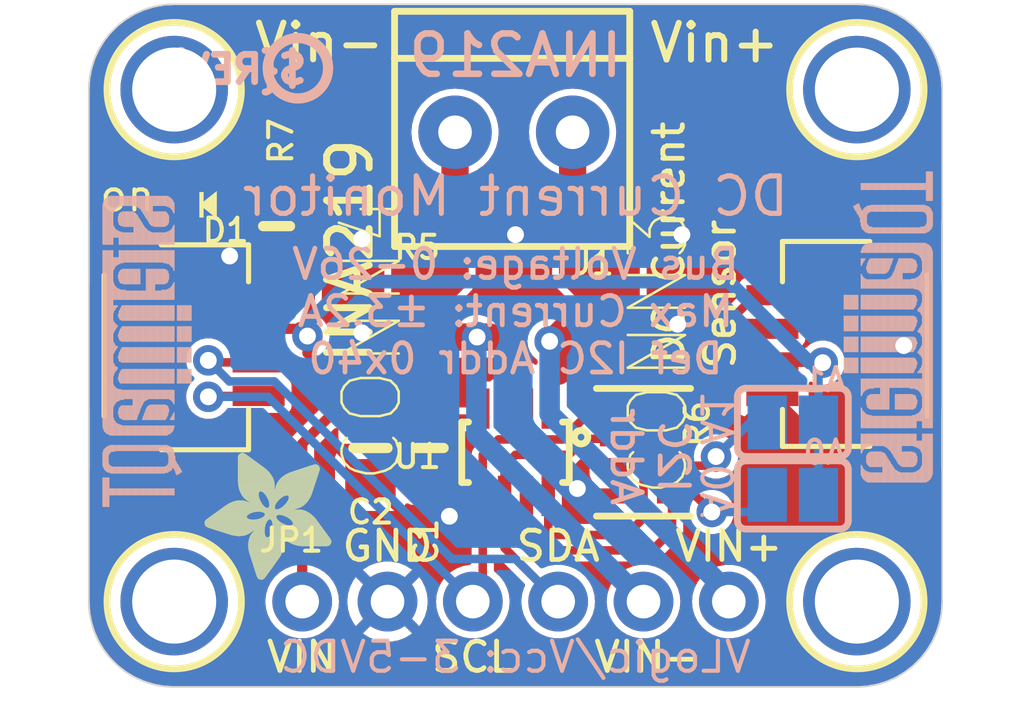
<source format=kicad_pcb>
(kicad_pcb (version 20221018) (generator pcbnew)
  (layers (0 "F.Cu" signal) (31 "B.Cu" signal) (34 "B.Paste" user) (35 "F.Paste" user) (36 "B.SilkS" user "B.Silkscreen") (37 "F.SilkS" user "F.Silkscreen") (38 "B.Mask" user) (39 "F.Mask" user) (44 "Edge.Cuts" user))
  (net 0 "")
  (net 1 "VCC")
  (net 2 "GND")
  (net 3 "ADDR1")
  (net 4 "ADDR0")
  (net 5 "SDA")
  (net 6 "SCL")
  (net 7 "VIN+")
  (net 8 "VIN-")
  (net 9 "N$3")
  (footprint "working:MOUNTINGHOLE_2.5_PLATED" (layer "F.Cu") (at 158.6611 97.3836)
    (fp_text reference "U$21" hide)
    (fp_text value "MOUNTINGHOLE2.5" hide)
    (pad "P$1" thru_hole circle (at 0 0) (size 3.2 3.2) (drill 2.5) (layers "*.Cu" "*.Mask"))
    (zone (net 0) (net_name "") (layer "F.Cu") (connect_pads (clearance 0)) (min_thickness 0.25)
      (keepout (tracks not_allowed) (vias not_allowed) (pads not_allowed) (copperpour not_allowed) (footprints allowed))
      (fill (thermal_gap 0.5) (thermal_bridge_width 0.5))
      (polygon (pts (xy 160.6771 97.3836) (xy 160.65748 97.103027) (xy 160.599004 96.827915) (xy 160.502808 96.563619) (xy 160.370765 96.315283) (xy 160.205446 96.08774) (xy 160.010067 95.88542) (xy 159.788433 95.71226) (xy 159.544856 95.571631) (xy 159.284078 95.46627) (xy 159.011175 95.398228) (xy 158.731457 95.368828) (xy 158.450371 95.378644) (xy 158.173385 95.427484) (xy 157.905893 95.514397) (xy 157.6531 95.637693) (xy 157.419926 95.79497) (xy 157.210911 95.983169) (xy 157.030122 96.198625) (xy 156.881078 96.437145) (xy 156.76668 96.694087) (xy 156.689154 96.96445) (xy 156.650011 97.242971) (xy 156.650011 97.524229) (xy 156.689154 97.80275) (xy 156.76668 98.073113) (xy 156.881078 98.330055) (xy 157.030122 98.568575) (xy 157.210911 98.784031) (xy 157.419926 98.97223) (xy 157.6531 99.129507) (xy 157.905893 99.252803) (xy 158.173385 99.339716) (xy 158.450371 99.388556) (xy 158.731457 99.398372) (xy 159.011175 99.368972) (xy 159.284078 99.30093) (xy 159.544856 99.195569) (xy 159.788433 99.05494) (xy 160.010067 98.88178) (xy 160.205446 98.67946) (xy 160.370765 98.451917) (xy 160.502808 98.203581) (xy 160.599004 97.939285) (xy 160.65748 97.664173)))
      (polygon (pts (xy 158.6451 97.3836) (xy 158.649786 97.394914) (xy 158.6611 97.3996) (xy 158.672414 97.394914) (xy 158.6771 97.3836) (xy 158.672414 97.372286) (xy 158.6611 97.3676) (xy 158.649786 97.372286)))
    )
    (zone (net 0) (net_name "") (layer "B.Cu") (connect_pads (clearance 0)) (min_thickness 0.25)
      (keepout (tracks not_allowed) (vias not_allowed) (pads not_allowed) (copperpour not_allowed) (footprints allowed))
      (fill (thermal_gap 0.5) (thermal_bridge_width 0.5))
      (polygon (pts (xy 160.6771 97.3836) (xy 160.65748 97.103027) (xy 160.599004 96.827915) (xy 160.502808 96.563619) (xy 160.370765 96.315283) (xy 160.205446 96.08774) (xy 160.010067 95.88542) (xy 159.788433 95.71226) (xy 159.544856 95.571631) (xy 159.284078 95.46627) (xy 159.011175 95.398228) (xy 158.731457 95.368828) (xy 158.450371 95.378644) (xy 158.173385 95.427484) (xy 157.905893 95.514397) (xy 157.6531 95.637693) (xy 157.419926 95.79497) (xy 157.210911 95.983169) (xy 157.030122 96.198625) (xy 156.881078 96.437145) (xy 156.76668 96.694087) (xy 156.689154 96.96445) (xy 156.650011 97.242971) (xy 156.650011 97.524229) (xy 156.689154 97.80275) (xy 156.76668 98.073113) (xy 156.881078 98.330055) (xy 157.030122 98.568575) (xy 157.210911 98.784031) (xy 157.419926 98.97223) (xy 157.6531 99.129507) (xy 157.905893 99.252803) (xy 158.173385 99.339716) (xy 158.450371 99.388556) (xy 158.731457 99.398372) (xy 159.011175 99.368972) (xy 159.284078 99.30093) (xy 159.544856 99.195569) (xy 159.788433 99.05494) (xy 160.010067 98.88178) (xy 160.205446 98.67946) (xy 160.370765 98.451917) (xy 160.502808 98.203581) (xy 160.599004 97.939285) (xy 160.65748 97.664173)))
      (polygon (pts (xy 158.6451 97.3836) (xy 158.649786 97.394914) (xy 158.6611 97.3996) (xy 158.672414 97.394914) (xy 158.6771 97.3836) (xy 158.672414 97.372286) (xy 158.6611 97.3676) (xy 158.649786 97.372286)))
    )
  )
  (footprint "working:1X06_ROUND_70" (layer "F.Cu") (at 148.5011 112.6236)
    (fp_text reference "JP1" (at -7.6962 -1.8288) (layer "F.SilkS") (effects (font (size 0.692831 0.692831) (thickness 0.119969)) (justify left)))
    (fp_text value "")
    (pad "1" thru_hole circle (at -6.35 0 90) (size 1.778 1.778) (drill 1) (layers "*.Cu" "*.Mask") (net 1 "VCC"))
    (pad "2" thru_hole circle (at -3.81 0 90) (size 1.778 1.778) (drill 1) (layers "*.Cu" "*.Mask") (net 2 "GND"))
    (pad "3" thru_hole circle (at -1.27 0 90) (size 1.778 1.778) (drill 1) (layers "*.Cu" "*.Mask") (net 6 "SCL"))
    (pad "4" thru_hole circle (at 1.27 0 90) (size 1.778 1.778) (drill 1) (layers "*.Cu" "*.Mask") (net 5 "SDA"))
    (pad "5" thru_hole circle (at 3.81 0 90) (size 1.778 1.778) (drill 1) (layers "*.Cu" "*.Mask") (net 8 "VIN-"))
    (pad "6" thru_hole circle (at 6.35 0 90) (size 1.778 1.778) (drill 1) (layers "*.Cu" "*.Mask") (net 7 "VIN+"))
  )
  (footprint "working:0603-NO" (layer "F.Cu") (at 145.9611 108.0516 -90)
    (fp_text reference "C1" (at 2.032 0.127 90) (layer "F.SilkS") (effects (font (size 0.692831 0.692831) (thickness 0.119969)) (justify right)))
    (fp_text value "0.1µF")
    (pad "1" smd rect (at -0.85 0 270) (size 1.075 1) (layers "F.Cu" "F.Paste" "F.Mask") (net 1 "VCC"))
    (pad "2" smd rect (at 0.85 0 270) (size 1.075 1) (layers "F.Cu" "F.Paste" "F.Mask") (net 2 "GND"))
  )
  (footprint "working:2512" (layer "F.Cu") (at 148.5011 103.9876)
    (fp_text reference "R5" (at -3.683 -1.905) (layer "F.SilkS") (effects (font (size 0.692831 0.692831) (thickness 0.119969)) (justify left)))
    (fp_text value "0.1/1% (PT2512FK-070R1L)")
    (pad "1" smd rect (at -2.8 0) (size 1.8 3.2) (layers "F.Cu" "F.Paste" "F.Mask") (net 8 "VIN-"))
    (pad "2" smd rect (at 2.8 0) (size 1.8 3.2) (layers "F.Cu" "F.Paste" "F.Mask") (net 7 "VIN+"))
  )
  (footprint "working:FIDUCIAL_1MM" (layer "F.Cu") (at 160.0581 100.1776)
    (fp_text reference "FID4" hide)
    (fp_text value "FIDUCIAL_1MM" hide)
    (pad "1" smd roundrect (at 0 0) (size 1 1) (layers "F.Cu" "F.Mask") (roundrect_rratio 0.5))
  )
  (footprint "working:RESPACK_4X0603" (layer "F.Cu") (at 152.3111 108.1786 -90)
    (fp_text reference "R6" (at -1.6 -1.6 90) (layer "F.SilkS") (effects (font (size 0.692831 0.692831) (thickness 0.119969)) (justify right)))
    (fp_text value "10K")
    (pad "1" smd rect (at -1.3 0.85 270) (size 0.45 0.9) (layers "F.Cu" "F.Paste" "F.Mask") (net 6 "SCL"))
    (pad "2" smd rect (at -0.4 0.85 270) (size 0.45 0.9) (layers "F.Cu" "F.Paste" "F.Mask") (net 5 "SDA"))
    (pad "3" smd rect (at 0.4 0.85 270) (size 0.45 0.9) (layers "F.Cu" "F.Paste" "F.Mask") (net 2 "GND"))
    (pad "4" smd rect (at 1.3 0.85 270) (size 0.45 0.9) (layers "F.Cu" "F.Paste" "F.Mask") (net 2 "GND"))
    (pad "5" smd rect (at 1.3 -0.85 270) (size 0.45 0.9) (layers "F.Cu" "F.Paste" "F.Mask") (net 4 "ADDR0"))
    (pad "6" smd rect (at 0.4 -0.85 270) (size 0.45 0.9) (layers "F.Cu" "F.Paste" "F.Mask") (net 3 "ADDR1"))
    (pad "7" smd rect (at -0.4 -0.85 270) (size 0.45 0.9) (layers "F.Cu" "F.Paste" "F.Mask") (net 1 "VCC"))
    (pad "8" smd rect (at -1.3 -0.85 270) (size 0.45 0.9) (layers "F.Cu" "F.Paste" "F.Mask") (net 1 "VCC"))
  )
  (footprint "working:MOUNTINGHOLE_2.5_PLATED" (layer "F.Cu") (at 158.6611 112.6236)
    (fp_text reference "U$27" hide)
    (fp_text value "MOUNTINGHOLE2.5" hide)
    (pad "P$1" thru_hole circle (at 0 0) (size 3.2 3.2) (drill 2.5) (layers "*.Cu" "*.Mask"))
    (zone (net 0) (net_name "") (layer "F.Cu") (connect_pads (clearance 0)) (min_thickness 0.25)
      (keepout (tracks not_allowed) (vias not_allowed) (pads not_allowed) (copperpour not_allowed) (footprints allowed))
      (fill (thermal_gap 0.5) (thermal_bridge_width 0.5))
      (polygon (pts (xy 160.6771 112.6236) (xy 160.65748 112.343027) (xy 160.599004 112.067915) (xy 160.502808 111.803619) (xy 160.370765 111.555283) (xy 160.205446 111.32774) (xy 160.010067 111.12542) (xy 159.788433 110.95226) (xy 159.544856 110.811631) (xy 159.284078 110.70627) (xy 159.011175 110.638228) (xy 158.731457 110.608828) (xy 158.450371 110.618644) (xy 158.173385 110.667484) (xy 157.905893 110.754397) (xy 157.6531 110.877693) (xy 157.419926 111.03497) (xy 157.210911 111.223169) (xy 157.030122 111.438625) (xy 156.881078 111.677145) (xy 156.76668 111.934087) (xy 156.689154 112.20445) (xy 156.650011 112.482971) (xy 156.650011 112.764229) (xy 156.689154 113.04275) (xy 156.76668 113.313113) (xy 156.881078 113.570055) (xy 157.030122 113.808575) (xy 157.210911 114.024031) (xy 157.419926 114.21223) (xy 157.6531 114.369507) (xy 157.905893 114.492803) (xy 158.173385 114.579716) (xy 158.450371 114.628556) (xy 158.731457 114.638372) (xy 159.011175 114.608972) (xy 159.284078 114.54093) (xy 159.544856 114.435569) (xy 159.788433 114.29494) (xy 160.010067 114.12178) (xy 160.205446 113.91946) (xy 160.370765 113.691917) (xy 160.502808 113.443581) (xy 160.599004 113.179285) (xy 160.65748 112.904173)))
      (polygon (pts (xy 158.6451 112.6236) (xy 158.649786 112.634914) (xy 158.6611 112.6396) (xy 158.672414 112.634914) (xy 158.6771 112.6236) (xy 158.672414 112.612286) (xy 158.6611 112.6076) (xy 158.649786 112.612286)))
    )
    (zone (net 0) (net_name "") (layer "B.Cu") (connect_pads (clearance 0)) (min_thickness 0.25)
      (keepout (tracks not_allowed) (vias not_allowed) (pads not_allowed) (copperpour not_allowed) (footprints allowed))
      (fill (thermal_gap 0.5) (thermal_bridge_width 0.5))
      (polygon (pts (xy 160.6771 112.6236) (xy 160.65748 112.343027) (xy 160.599004 112.067915) (xy 160.502808 111.803619) (xy 160.370765 111.555283) (xy 160.205446 111.32774) (xy 160.010067 111.12542) (xy 159.788433 110.95226) (xy 159.544856 110.811631) (xy 159.284078 110.70627) (xy 159.011175 110.638228) (xy 158.731457 110.608828) (xy 158.450371 110.618644) (xy 158.173385 110.667484) (xy 157.905893 110.754397) (xy 157.6531 110.877693) (xy 157.419926 111.03497) (xy 157.210911 111.223169) (xy 157.030122 111.438625) (xy 156.881078 111.677145) (xy 156.76668 111.934087) (xy 156.689154 112.20445) (xy 156.650011 112.482971) (xy 156.650011 112.764229) (xy 156.689154 113.04275) (xy 156.76668 113.313113) (xy 156.881078 113.570055) (xy 157.030122 113.808575) (xy 157.210911 114.024031) (xy 157.419926 114.21223) (xy 157.6531 114.369507) (xy 157.905893 114.492803) (xy 158.173385 114.579716) (xy 158.450371 114.628556) (xy 158.731457 114.638372) (xy 159.011175 114.608972) (xy 159.284078 114.54093) (xy 159.544856 114.435569) (xy 159.788433 114.29494) (xy 160.010067 114.12178) (xy 160.205446 113.91946) (xy 160.370765 113.691917) (xy 160.502808 113.443581) (xy 160.599004 113.179285) (xy 160.65748 112.904173)))
      (polygon (pts (xy 158.6451 112.6236) (xy 158.649786 112.634914) (xy 158.6611 112.6396) (xy 158.672414 112.634914) (xy 158.6771 112.6236) (xy 158.672414 112.612286) (xy 158.6611 112.6076) (xy 158.649786 112.612286)))
    )
  )
  (footprint "working:JST_SH4" (layer "F.Cu") (at 138.3411 105.0036 -90)
    (fp_text reference "CONN4" (at -4.6 -5.9 90) (layer "F.SilkS") (effects (font (size 1.703222 1.703222) (thickness 0.074778)) (justify right)))
    (fp_text value "STEMMA_I2C_QT" hide)
    (pad "1" smd rect (at -1.5 -2.514) (size 1.55 0.6) (layers "F.Cu" "F.Paste" "F.Mask") (net 2 "GND"))
    (pad "2" smd rect (at -0.5 -2.514) (size 1.55 0.6) (layers "F.Cu" "F.Paste" "F.Mask") (net 1 "VCC"))
    (pad "3" smd rect (at 0.5 -2.514) (size 1.55 0.6) (layers "F.Cu" "F.Paste" "F.Mask") (net 5 "SDA"))
    (pad "4" smd rect (at 1.5 -2.514) (size 1.55 0.6) (layers "F.Cu" "F.Paste" "F.Mask") (net 6 "SCL"))
    (pad "MT1" smd rect (at -2.8 1.386) (size 1.8 1.2) (layers "F.Cu" "F.Paste" "F.Mask") (net 2 "GND"))
    (pad "MT2" smd rect (at 2.8 1.386) (size 1.8 1.2) (layers "F.Cu" "F.Paste" "F.Mask") (net 2 "GND"))
  )
  (footprint "working:SOT23-8" (layer "F.Cu") (at 148.5011 108.1786 180)
    (fp_text reference "U1" (at 2.151 -0.127) (layer "F.SilkS") (effects (font (size 0.692831 0.692831) (thickness 0.119969)) (justify right)))
    (fp_text value "INA219BIDCNT")
    (pad "1" smd rect (at -0.975 1.3 180) (size 0.4 1.2) (layers "F.Cu" "F.Paste" "F.Mask") (net 7 "VIN+"))
    (pad "2" smd rect (at -0.325 1.3 180) (size 0.4 1.2) (layers "F.Cu" "F.Paste" "F.Mask") (net 8 "VIN-"))
    (pad "3" smd rect (at 0.325 1.3 180) (size 0.4 1.2) (layers "F.Cu" "F.Paste" "F.Mask") (net 2 "GND"))
    (pad "4" smd rect (at 0.975 1.3 180) (size 0.4 1.2) (layers "F.Cu" "F.Paste" "F.Mask") (net 1 "VCC"))
    (pad "5" smd rect (at 0.975 -1.3 180) (size 0.4 1.2) (layers "F.Cu" "F.Paste" "F.Mask") (net 6 "SCL"))
    (pad "6" smd rect (at 0.325 -1.3 180) (size 0.4 1.2) (layers "F.Cu" "F.Paste" "F.Mask") (net 5 "SDA"))
    (pad "7" smd rect (at -0.325 -1.3 180) (size 0.4 1.2) (layers "F.Cu" "F.Paste" "F.Mask") (net 4 "ADDR0"))
    (pad "8" smd rect (at -0.975 -1.3 180) (size 0.4 1.2) (layers "F.Cu" "F.Paste" "F.Mask") (net 3 "ADDR1"))
  )
  (footprint "working:0805-NO" (layer "F.Cu") (at 144.1831 108.0516 -90)
    (fp_text reference "C2" (at 1.905 -0.762) (layer "F.SilkS") (effects (font (size 0.692831 0.692831) (thickness 0.119969)) (justify right)))
    (fp_text value "10uF")
    (pad "1" smd rect (at -0.95 0 270) (size 1.24 1.5) (layers "F.Cu" "F.Paste" "F.Mask") (net 1 "VCC"))
    (pad "2" smd rect (at 0.95 0 270) (size 1.24 1.5) (layers "F.Cu" "F.Paste" "F.Mask") (net 2 "GND"))
  )
  (footprint "working:ADAFRUIT_3.5MM" (layer "F.Cu") (at 143.0401 108.1786 180)
    (fp_text reference "U$29" hide)
    (fp_text value "" hide)
  )
  (footprint "working:0603-NO" (layer "F.Cu") (at 141.3891 101.4476 90)
    (fp_text reference "R7" (at 1.778 0.127 90) (layer "F.SilkS") (effects (font (size 0.692831 0.692831) (thickness 0.119969)) (justify left)))
    (fp_text value "10K")
    (pad "1" smd rect (at -0.85 0 90) (size 1.075 1) (layers "F.Cu" "F.Paste" "F.Mask") (net 1 "VCC"))
    (pad "2" smd rect (at 0.85 0 90) (size 1.075 1) (layers "F.Cu" "F.Paste" "F.Mask") (net 9 "N$3"))
  )
  (footprint "working:TERMBLOCK_1X2-3.5MM" (layer "F.Cu") (at 148.5011 98.6536 180)
    (fp_text reference "J1" (at -3 -3.89) (layer "F.SilkS") (effects (font (size 0.692831 0.692831) (thickness 0.119969)) (justify right)))
    (fp_text value "3.5mm")
    (pad "1" thru_hole circle (at 1.8 0 180) (size 2.1844 2.1844) (drill 1) (layers "*.Cu" "*.Mask") (net 8 "VIN-"))
    (pad "2" thru_hole circle (at -1.7 0 180) (size 2.1844 2.1844) (drill 1) (layers "*.Cu" "*.Mask") (net 7 "VIN+"))
  )
  (footprint "working:MOUNTINGHOLE_2.5_PLATED" (layer "F.Cu") (at 138.3411 112.6236)
    (fp_text reference "U$25" hide)
    (fp_text value "MOUNTINGHOLE2.5" hide)
    (pad "P$1" thru_hole circle (at 0 0) (size 3.2 3.2) (drill 2.5) (layers "*.Cu" "*.Mask"))
    (zone (net 0) (net_name "") (layer "F.Cu") (connect_pads (clearance 0)) (min_thickness 0.25)
      (keepout (tracks not_allowed) (vias not_allowed) (pads not_allowed) (copperpour not_allowed) (footprints allowed))
      (fill (thermal_gap 0.5) (thermal_bridge_width 0.5))
      (polygon (pts (xy 140.3571 112.6236) (xy 140.33748 112.343027) (xy 140.279004 112.067915) (xy 140.182808 111.803619) (xy 140.050765 111.555283) (xy 139.885446 111.32774) (xy 139.690067 111.12542) (xy 139.468433 110.95226) (xy 139.224856 110.811631) (xy 138.964078 110.70627) (xy 138.691175 110.638228) (xy 138.411457 110.608828) (xy 138.130371 110.618644) (xy 137.853385 110.667484) (xy 137.585893 110.754397) (xy 137.3331 110.877693) (xy 137.099926 111.03497) (xy 136.890911 111.223169) (xy 136.710122 111.438625) (xy 136.561078 111.677145) (xy 136.44668 111.934087) (xy 136.369154 112.20445) (xy 136.330011 112.482971) (xy 136.330011 112.764229) (xy 136.369154 113.04275) (xy 136.44668 113.313113) (xy 136.561078 113.570055) (xy 136.710122 113.808575) (xy 136.890911 114.024031) (xy 137.099926 114.21223) (xy 137.3331 114.369507) (xy 137.585893 114.492803) (xy 137.853385 114.579716) (xy 138.130371 114.628556) (xy 138.411457 114.638372) (xy 138.691175 114.608972) (xy 138.964078 114.54093) (xy 139.224856 114.435569) (xy 139.468433 114.29494) (xy 139.690067 114.12178) (xy 139.885446 113.91946) (xy 140.050765 113.691917) (xy 140.182808 113.443581) (xy 140.279004 113.179285) (xy 140.33748 112.904173)))
      (polygon (pts (xy 138.3251 112.6236) (xy 138.329786 112.634914) (xy 138.3411 112.6396) (xy 138.352414 112.634914) (xy 138.3571 112.6236) (xy 138.352414 112.612286) (xy 138.3411 112.6076) (xy 138.329786 112.612286)))
    )
    (zone (net 0) (net_name "") (layer "B.Cu") (connect_pads (clearance 0)) (min_thickness 0.25)
      (keepout (tracks not_allowed) (vias not_allowed) (pads not_allowed) (copperpour not_allowed) (footprints allowed))
      (fill (thermal_gap 0.5) (thermal_bridge_width 0.5))
      (polygon (pts (xy 140.3571 112.6236) (xy 140.33748 112.343027) (xy 140.279004 112.067915) (xy 140.182808 111.803619) (xy 140.050765 111.555283) (xy 139.885446 111.32774) (xy 139.690067 111.12542) (xy 139.468433 110.95226) (xy 139.224856 110.811631) (xy 138.964078 110.70627) (xy 138.691175 110.638228) (xy 138.411457 110.608828) (xy 138.130371 110.618644) (xy 137.853385 110.667484) (xy 137.585893 110.754397) (xy 137.3331 110.877693) (xy 137.099926 111.03497) (xy 136.890911 111.223169) (xy 136.710122 111.438625) (xy 136.561078 111.677145) (xy 136.44668 111.934087) (xy 136.369154 112.20445) (xy 136.330011 112.482971) (xy 136.330011 112.764229) (xy 136.369154 113.04275) (xy 136.44668 113.313113) (xy 136.561078 113.570055) (xy 136.710122 113.808575) (xy 136.890911 114.024031) (xy 137.099926 114.21223) (xy 137.3331 114.369507) (xy 137.585893 114.492803) (xy 137.853385 114.579716) (xy 138.130371 114.628556) (xy 138.411457 114.638372) (xy 138.691175 114.608972) (xy 138.964078 114.54093) (xy 139.224856 114.435569) (xy 139.468433 114.29494) (xy 139.690067 114.12178) (xy 139.885446 113.91946) (xy 140.050765 113.691917) (xy 140.182808 113.443581) (xy 140.279004 113.179285) (xy 140.33748 112.904173)))
      (polygon (pts (xy 138.3251 112.6236) (xy 138.329786 112.634914) (xy 138.3411 112.6396) (xy 138.352414 112.634914) (xy 138.3571 112.6236) (xy 138.352414 112.612286) (xy 138.3411 112.6076) (xy 138.329786 112.612286)))
    )
  )
  (footprint "working:MOUNTINGHOLE_2.5_PLATED" (layer "F.Cu") (at 138.3411 97.3836)
    (fp_text reference "U$20" hide)
    (fp_text value "MOUNTINGHOLE2.5" hide)
    (pad "P$1" thru_hole circle (at 0 0) (size 3.2 3.2) (drill 2.5) (layers "*.Cu" "*.Mask"))
    (zone (net 0) (net_name "") (layer "F.Cu") (connect_pads (clearance 0)) (min_thickness 0.25)
      (keepout (tracks not_allowed) (vias not_allowed) (pads not_allowed) (copperpour not_allowed) (footprints allowed))
      (fill (thermal_gap 0.5) (thermal_bridge_width 0.5))
      (polygon (pts (xy 140.3571 97.3836) (xy 140.33748 97.103027) (xy 140.279004 96.827915) (xy 140.182808 96.563619) (xy 140.050765 96.315283) (xy 139.885446 96.08774) (xy 139.690067 95.88542) (xy 139.468433 95.71226) (xy 139.224856 95.571631) (xy 138.964078 95.46627) (xy 138.691175 95.398228) (xy 138.411457 95.368828) (xy 138.130371 95.378644) (xy 137.853385 95.427484) (xy 137.585893 95.514397) (xy 137.3331 95.637693) (xy 137.099926 95.79497) (xy 136.890911 95.983169) (xy 136.710122 96.198625) (xy 136.561078 96.437145) (xy 136.44668 96.694087) (xy 136.369154 96.96445) (xy 136.330011 97.242971) (xy 136.330011 97.524229) (xy 136.369154 97.80275) (xy 136.44668 98.073113) (xy 136.561078 98.330055) (xy 136.710122 98.568575) (xy 136.890911 98.784031) (xy 137.099926 98.97223) (xy 137.3331 99.129507) (xy 137.585893 99.252803) (xy 137.853385 99.339716) (xy 138.130371 99.388556) (xy 138.411457 99.398372) (xy 138.691175 99.368972) (xy 138.964078 99.30093) (xy 139.224856 99.195569) (xy 139.468433 99.05494) (xy 139.690067 98.88178) (xy 139.885446 98.67946) (xy 140.050765 98.451917) (xy 140.182808 98.203581) (xy 140.279004 97.939285) (xy 140.33748 97.664173)))
      (polygon (pts (xy 138.3251 97.3836) (xy 138.329786 97.394914) (xy 138.3411 97.3996) (xy 138.352414 97.394914) (xy 138.3571 97.3836) (xy 138.352414 97.372286) (xy 138.3411 97.3676) (xy 138.329786 97.372286)))
    )
    (zone (net 0) (net_name "") (layer "B.Cu") (connect_pads (clearance 0)) (min_thickness 0.25)
      (keepout (tracks not_allowed) (vias not_allowed) (pads not_allowed) (copperpour not_allowed) (footprints allowed))
      (fill (thermal_gap 0.5) (thermal_bridge_width 0.5))
      (polygon (pts (xy 140.3571 97.3836) (xy 140.33748 97.103027) (xy 140.279004 96.827915) (xy 140.182808 96.563619) (xy 140.050765 96.315283) (xy 139.885446 96.08774) (xy 139.690067 95.88542) (xy 139.468433 95.71226) (xy 139.224856 95.571631) (xy 138.964078 95.46627) (xy 138.691175 95.398228) (xy 138.411457 95.368828) (xy 138.130371 95.378644) (xy 137.853385 95.427484) (xy 137.585893 95.514397) (xy 137.3331 95.637693) (xy 137.099926 95.79497) (xy 136.890911 95.983169) (xy 136.710122 96.198625) (xy 136.561078 96.437145) (xy 136.44668 96.694087) (xy 136.369154 96.96445) (xy 136.330011 97.242971) (xy 136.330011 97.524229) (xy 136.369154 97.80275) (xy 136.44668 98.073113) (xy 136.561078 98.330055) (xy 136.710122 98.568575) (xy 136.890911 98.784031) (xy 137.099926 98.97223) (xy 137.3331 99.129507) (xy 137.585893 99.252803) (xy 137.853385 99.339716) (xy 138.130371 99.388556) (xy 138.411457 99.398372) (xy 138.691175 99.368972) (xy 138.964078 99.30093) (xy 139.224856 99.195569) (xy 139.468433 99.05494) (xy 139.690067 98.88178) (xy 139.885446 98.67946) (xy 140.050765 98.451917) (xy 140.182808 98.203581) (xy 140.279004 97.939285) (xy 140.33748 97.664173)))
      (polygon (pts (xy 138.3251 97.3836) (xy 138.329786 97.394914) (xy 138.3411 97.3996) (xy 138.352414 97.394914) (xy 138.3571 97.3836) (xy 138.352414 97.372286) (xy 138.3411 97.3676) (xy 138.329786 97.372286)))
    )
  )
  (footprint "working:JST_SH4" (layer "F.Cu") (at 158.6611 105.0036 90)
    (fp_text reference "CONN3" (at -4.6 -5.9 90) (layer "F.SilkS") (effects (font (size 1.703222 1.703222) (thickness 0.074778)) (justify left)))
    (fp_text value "STEMMA_I2C_QT" hide)
    (pad "1" smd rect (at -1.5 -2.514 180) (size 1.55 0.6) (layers "F.Cu" "F.Paste" "F.Mask") (net 2 "GND"))
    (pad "2" smd rect (at -0.5 -2.514 180) (size 1.55 0.6) (layers "F.Cu" "F.Paste" "F.Mask") (net 1 "VCC"))
    (pad "3" smd rect (at 0.5 -2.514 180) (size 1.55 0.6) (layers "F.Cu" "F.Paste" "F.Mask") (net 5 "SDA"))
    (pad "4" smd rect (at 1.5 -2.514 180) (size 1.55 0.6) (layers "F.Cu" "F.Paste" "F.Mask") (net 6 "SCL"))
    (pad "MT1" smd rect (at -2.8 1.386 180) (size 1.8 1.2) (layers "F.Cu" "F.Paste" "F.Mask") (net 2 "GND"))
    (pad "MT2" smd rect (at 2.8 1.386 180) (size 1.8 1.2) (layers "F.Cu" "F.Paste" "F.Mask") (net 2 "GND"))
  )
  (footprint "working:CHIPLED_0603_NOOUTLINE" (layer "F.Cu") (at 139.3571 100.8126 90)
    (fp_text reference "D1" (at -0.762 1.27) (layer "F.SilkS") (effects (font (size 0.692831 0.692831) (thickness 0.119969)) (justify right)))
    (fp_text value "GREEN")
    (pad "A" smd rect (at 0 0.75 90) (size 0.8 0.8) (layers "F.Cu" "F.Paste" "F.Mask") (net 9 "N$3"))
    (pad "C" smd rect (at 0 -0.75 90) (size 0.8 0.8) (layers "F.Cu" "F.Paste" "F.Mask") (net 2 "GND"))
  )
  (footprint "working:FIDUCIAL_1MM" (layer "F.Cu") (at 136.8171 109.7026)
    (fp_text reference "FID3" hide)
    (fp_text value "FIDUCIAL_1MM" hide)
    (pad "1" smd roundrect (at 0 0) (size 1 1) (layers "F.Cu" "F.Mask") (roundrect_rratio 0.5))
  )
  (footprint "working:STEMMAQT" (layer "B.Cu") (at 158.2801 109.0676 90)
    (fp_text reference "U$31" hide)
    (fp_text value "" hide)
  )
  (footprint "working:STEMMAQT" (layer "B.Cu") (at 138.8491 100.5586 -90)
    (fp_text reference "U$32" hide)
    (fp_text value "" hide)
  )
  (footprint "working:PCBFEAT-REV-040" (layer "B.Cu") (at 142.0241 96.7486 180)
    (fp_text reference "U$30" hide)
    (fp_text value "" hide)
    (fp_text user "${REV}" (at -0.3556 -0.508) (layer "B.SilkS") (effects (font (size 0.8128 0.8128) (thickness 0.2032)) (justify left bottom mirror)))
  )
  (footprint "working:SOLDERJUMPER_REFLOW_NOPASTE" (layer "B.Cu") (at 156.7561 107.2896 180)
    (fp_text reference "A1" (at -1.651 1.27) (layer "B.SilkS") (effects (font (size 0.692831 0.692831) (thickness 0.119969)) (justify left mirror)))
    (fp_text value "" hide)
    (pad "1" smd rect (at -0.762 0 180) (size 1.1684 1.6002) (layers "B.Cu") (net 1 "VCC"))
    (pad "2" smd rect (at 0.762 0 180) (size 1.1684 1.6002) (layers "B.Cu") (net 3 "ADDR1"))
  )
  (footprint "working:SOLDERJUMPER_REFLOW_NOPASTE" (layer "B.Cu") (at 156.7561 109.4486 180)
    (fp_text reference "A0" (at -1.651 1.27) (layer "B.SilkS") (effects (font (size 0.692831 0.692831) (thickness 0.119969)) (justify left mirror)))
    (fp_text value "" hide)
    (pad "1" smd rect (at -0.762 0 180) (size 1.1684 1.6002) (layers "B.Cu") (net 1 "VCC"))
    (pad "2" smd rect (at 0.762 0 180) (size 1.1684 1.6002) (layers "B.Cu") (net 4 "ADDR0"))
  )
  (gr_line (start 135.8011 97.3836) (end 135.8011 112.6236) (stroke (width 0.05)) (layer "Edge.Cuts"))
  (gr_line (start 158.6611 94.8436) (end 138.3411 94.8436) (stroke (width 0.05)) (layer "Edge.Cuts"))
  (gr_line (start 161.2011 112.6236) (end 161.2011 97.3836) (stroke (width 0.05)) (layer "Edge.Cuts"))
  (gr_arc (start 135.8011 97.3836) (mid 136.545049 95.587549) (end 138.3411 94.8436) (stroke (width 0.05)) (layer "Edge.Cuts"))
  (gr_arc (start 138.3411 115.1636) (mid 136.545049 114.419651) (end 135.8011 112.6236) (stroke (width 0.05)) (layer "Edge.Cuts"))
  (gr_arc (start 158.6611 94.8436) (mid 160.457151 95.587549) (end 161.2011 97.3836) (stroke (width 0.05)) (layer "Edge.Cuts"))
  (gr_arc (start 161.2011 112.6236) (mid 160.457151 114.419651) (end 158.6611 115.1636) (stroke (width 0.05)) (layer "Edge.Cuts"))
  (gr_line (start 138.3411 115.1636) (end 158.6611 115.1636) (stroke (width 0.05)) (layer "Edge.Cuts"))
  (gr_text "DC Current Monitor" (at 148.5011 100.5586) (layer "B.SilkS") (effects (font (size 1.1176 1.1176) (thickness 0.1524)) (justify mirror)))
  (gr_text "A1" (at 154.4701 106.2736 -90) (layer "B.SilkS") (effects (font (size 0.89408 0.89408) (thickness 0.12192)) (justify right mirror)))
  (gr_text "INA219" (at 148.5011 96.3676) (layer "B.SilkS") (effects (font (size 1.20142 1.20142) (thickness 0.19558)) (justify mirror)))
  (gr_text "VLogic/Vcc: 3-5VDC" (at 148.5011 114.2746) (layer "B.SilkS") (effects (font (size 0.89408 0.89408) (thickness 0.12192)) (justify mirror)))
  (gr_text "A0" (at 154.4701 108.4326 -90) (layer "B.SilkS") (effects (font (size 0.89408 0.89408) (thickness 0.12192)) (justify right mirror)))
  (gr_text "I2C\nAddr" (at 152.5016 108.3056 -90) (layer "B.SilkS") (effects (font (size 0.87376 0.87376) (thickness 0.14224)) (justify mirror)))
  (gr_text "Bus Voltage: 0-26V\nMax Current: ±3.2A\nDef I2C Addr 0x40" (at 148.5011 103.9876) (layer "B.SilkS") (effects (font (size 0.87376 0.87376) (thickness 0.14224)) (justify mirror)))
  (gr_text "on" (at 136.0551 101.0666) (layer "F.SilkS") (effects (font (size 0.89408 0.89408) (thickness 0.12192)) (justify left bottom)))
  (gr_text "GND" (at 144.6911 110.9726) (layer "F.SilkS") (effects (font (size 0.87376 0.87376) (thickness 0.14224))))
  (gr_text "Sensor" (at 155.1051 105.7656 90) (layer "F.SilkS") (effects (font (size 0.87376 0.87376) (thickness 0.14224)) (justify left bottom)))
  (gr_text "DC Current" (at 153.5811 105.6386 90) (layer "F.SilkS") (effects (font (size 0.87376 0.87376) (thickness 0.14224)) (justify left bottom)))
  (gr_text "Vin+" (at 154.4271 95.9936) (layer "F.SilkS") (effects (font (size 1.0922 1.0922) (thickness 0.1778))))
  (gr_text "SCL" (at 147.2311 114.2746) (layer "F.SilkS") (effects (font (size 0.87376 0.87376) (thickness 0.14224))))
  (gr_text "VIN+" (at 154.8511 110.9726) (layer "F.SilkS") (effects (font (size 0.87376 0.87376) (thickness 0.14224))))
  (gr_text "INA219" (at 144.3101 105.6386 90) (layer "F.SilkS") (effects (font (size 1.266952 1.266952) (thickness 0.206248)) (justify left bottom)))
  (gr_text "VIN" (at 142.1511 114.2746) (layer "F.SilkS") (effects (font (size 0.87376 0.87376) (thickness 0.14224))))
  (gr_text "SDA" (at 149.7711 110.9726) (layer "F.SilkS") (effects (font (size 0.87376 0.87376) (thickness 0.14224))))
  (gr_text "Vin-" (at 142.6591 95.9866) (layer "F.SilkS") (effects (font (size 1.0922 1.0922) (thickness 0.1778))))
  (gr_text "VIN-" (at 152.4381 114.2746) (layer "F.SilkS") (effects (font (size 0.87376 0.87376) (thickness 0.14224))))
  (segment (start 142.0931 104.5036) (end 142.3086 104.7191) (width 0.4064) (layer "F.Cu") (net 1))
  (segment (start 142.1511 107.9246) (end 142.9741 107.1016) (width 0.3048) (layer "F.Cu") (net 1))
  (segment (start 145.9611 107.2016) (end 144.2831 107.2016) (width 0.3048) (layer "F.Cu") (net 1))
  (segment (start 140.8551 104.5036) (end 142.0931 104.5036) (width 0.3048) (layer "F.Cu") (net 1))
  (segment (start 142.1511 112.6236) (end 142.1511 107.9246) (width 0.3048) (layer "F.Cu") (net 1))
  (segment (start 141.8581 102.2976) (end 142.4051 102.8446) (width 0.254) (layer "F.Cu") (net 1))
  (segment (start 142.4051 102.8446) (end 142.4051 104.1916) (width 0.254) (layer "F.Cu") (net 1))
  (segment (start 141.3891 102.2976) (end 141.8581 102.2976) (width 0.254) (layer "F.Cu") (net 1))
  (segment (start 147.5261 106.8786) (end 147.2031 107.2016) (width 0.3048) (layer "F.Cu") (net 1))
  (segment (start 153.1611 106.8786) (end 153.6586 106.8786) (width 0.3048) (layer "F.Cu") (net 1))
  (segment (start 153.1611 106.8786) (end 153.1611 107.7786) (width 0.3048) (layer "F.Cu") (net 1))
  (segment (start 142.3086 105.2271) (end 142.3086 104.7191) (width 0.3048) (layer "F.Cu") (net 1))
  (segment (start 157.6451 105.5116) (end 156.1551 105.5116) (width 0.254) (layer "F.Cu") (net 1))
  (segment (start 144.1831 107.1016) (end 142.3086 105.2271) (width 0.3048) (layer "F.Cu") (net 1))
  (segment (start 142.9741 107.1016) (end 144.1831 107.1016) (width 0.3048) (layer "F.Cu") (net 1))
  (segment (start 144.2831 107.2016) (end 144.1831 107.1016) (width 0.3048) (layer "F.Cu") (net 1))
  (segment (start 147.2031 107.2016) (end 145.9611 107.2016) (width 0.3048) (layer "F.Cu") (net 1))
  (segment (start 156.1551 105.5116) (end 156.1471 105.5036) (width 0.254) (layer "F.Cu") (net 1))
  (segment (start 155.0336 105.5036) (end 156.1471 105.5036) (width 0.3048) (layer "F.Cu") (net 1))
  (segment (start 153.6586 106.8786) (end 155.0336 105.5036) (width 0.3048) (layer "F.Cu") (net 1))
  (segment (start 142.4051 104.1916) (end 142.0931 104.5036) (width 0.254) (layer "F.Cu") (net 1))
  (via (at 142.3086 104.7191) (size 0.9064) (drill 0.5) (layers "F.Cu" "B.Cu") (net 1))
  (via (at 157.6451 105.5116) (size 0.9064) (drill 0.5) (layers "F.Cu" "B.Cu") (net 1))
  (segment (start 157.2641 105.5116) (end 157.6451 105.5116) (width 0.4064) (layer "B.Cu") (net 1))
  (segment (start 142.3086 104.3381) (end 143.5481 103.0986) (width 0.4064) (layer "B.Cu") (net 1))
  (segment (start 157.5181 105.6386) (end 157.6451 105.5116) (width 0.254) (layer "B.Cu") (net 1))
  (segment (start 154.8511 103.0986) (end 157.2641 105.5116) (width 0.4064) (layer "B.Cu") (net 1))
  (segment (start 142.3086 104.7191) (end 142.3086 104.3381) (width 0.4064) (layer "B.Cu") (net 1))
  (segment (start 143.5481 103.0986) (end 154.8511 103.0986) (width 0.4064) (layer "B.Cu") (net 1))
  (segment (start 157.5181 109.4486) (end 157.5181 107.2896) (width 0.254) (layer "B.Cu") (net 1))
  (segment (start 157.5181 107.2896) (end 157.5181 105.6386) (width 0.254) (layer "B.Cu") (net 1))
  (via (at 146.5326 110.0836) (size 0.9064) (drill 0.5) (layers "F.Cu" "B.Cu") (net 2))
  (via (at 139.9921 102.3366) (size 0.9064) (drill 0.5) (layers "F.Cu" "B.Cu") (net 2))
  (via (at 153.3271 104.3686) (size 0.9064) (drill 0.5) (layers "F.Cu" "B.Cu") (net 2))
  (via (at 160.0581 105.0036) (size 0.9064) (drill 0.5) (layers "F.Cu" "B.Cu") (net 2))
  (via (at 143.9291 104.6226) (size 0.9064) (drill 0.5) (layers "F.Cu" "B.Cu") (net 2))
  (via (at 153.4541 101.7016) (size 0.9064) (drill 0.5) (layers "F.Cu" "B.Cu") (net 2))
  (via (at 143.9291 101.8286) (size 0.9064) (drill 0.5) (layers "F.Cu" "B.Cu") (net 2))
  (via (at 150.3426 109.2581) (size 0.9064) (drill 0.5) (layers "F.Cu" "B.Cu") (net 2))
  (via (at 148.5011 101.7016) (size 0.9064) (drill 0.5) (layers "F.Cu" "B.Cu") (net 2))
  (segment (start 149.4761 110.4744) (end 149.6441 110.6424) (width 0.254) (layer "F.Cu") (net 3))
  (segment (start 149.4761 109.4786) (end 149.4761 110.4744) (width 0.254) (layer "F.Cu") (net 3))
  (segment (start 151.8031 110.6424) (end 152.3111 110.1344) (width 0.254) (layer "F.Cu") (net 3))
  (segment (start 152.6731 108.5786) (end 153.1611 108.5786) (width 0.254) (layer "F.Cu") (net 3))
  (segment (start 152.3111 110.1344) (end 152.3111 108.9406) (width 0.254) (layer "F.Cu") (net 3))
  (segment (start 153.1611 108.5786) (end 154.1971 108.5786) (width 0.254) (layer "F.Cu") (net 3))
  (segment (start 149.6441 110.6424) (end 151.8031 110.6424) (width 0.254) (layer "F.Cu") (net 3))
  (segment (start 152.3111 108.9406) (end 152.6731 108.5786) (width 0.254) (layer "F.Cu") (net 3))
  (segment (start 154.1971 108.5786) (end 154.4701 108.3056) (width 0.254) (layer "F.Cu") (net 3))
  (via (at 154.4701 108.3056) (size 0.9064) (drill 0.5) (layers "F.Cu" "B.Cu") (net 3))
  (segment (start 155.4861 107.2896) (end 155.9941 107.2896) (width 0.254) (layer "B.Cu") (net 3))
  (segment (start 154.4701 108.3056) (end 155.4861 107.2896) (width 0.254) (layer "B.Cu") (net 3))
  (segment (start 153.1611 109.4786) (end 153.8651 109.4786) (width 0.254) (layer "F.Cu") (net 4))
  (segment (start 153.8651 109.4786) (end 154.3431 109.9566) (width 0.254) (layer "F.Cu") (net 4))
  (segment (start 153.1611 110.5036) (end 153.1611 109.4786) (width 0.254) (layer "F.Cu") (net 4))
  (segment (start 148.8261 110.6626) (end 149.2631 111.0996) (width 0.254) (layer "F.Cu") (net 4))
  (segment (start 149.2631 111.0996) (end 152.5651 111.0996) (width 0.254) (layer "F.Cu") (net 4))
  (segment (start 152.5651 111.0996) (end 153.1611 110.5036) (width 0.254) (layer "F.Cu") (net 4))
  (segment (start 148.8261 109.4786) (end 148.8261 110.6626) (width 0.254) (layer "F.Cu") (net 4))
  (via (at 154.3431 109.9566) (size 0.9064) (drill 0.5) (layers "F.Cu" "B.Cu") (net 4))
  (segment (start 154.3431 109.9566) (end 155.4861 109.9566) (width 0.254) (layer "B.Cu") (net 4))
  (segment (start 155.9941 109.4486) (end 155.4861 109.9566) (width 0.254) (layer "B.Cu") (net 4))
  (segment (start 151.4611 107.7786) (end 152.2031 107.7786) (width 0.254) (layer "F.Cu") (net 5))
  (segment (start 148.1761 111.0286) (end 149.7711 112.6236) (width 0.254) (layer "F.Cu") (net 5))
  (segment (start 150.563681 107.7786) (end 151.4611 107.7786) (width 0.254) (layer "F.Cu") (net 5))
  (segment (start 140.8551 105.5036) (end 139.4173 105.5036) (width 0.254) (layer "F.Cu") (net 5))
  (segment (start 148.1761 109.4786) (end 148.1761 108.5798) (width 0.254) (layer "F.Cu") (net 5))
  (segment (start 152.4063 106.52735) (end 152.58485 106.3488) (width 0.254) (layer "F.Cu") (net 5))
  (segment (start 139.4173 105.5036) (end 139.3571 105.4434) (width 0.254) (layer "F.Cu") (net 5))
  (segment (start 150.087481 108.2548) (end 150.563681 107.7786) (width 0.254) (layer "F.Cu") (net 5))
  (segment (start 148.1761 108.5798) (end 148.5011 108.2548) (width 0.254) (layer "F.Cu") (net 5))
  (segment (start 148.5011 108.2548) (end 150.087481 108.2548) (width 0.254) (layer "F.Cu") (net 5))
  (segment (start 152.4063 107.5754) (end 152.4063 106.52735) (width 0.254) (layer "F.Cu") (net 5))
  (segment (start 148.1761 109.4786) (end 148.1761 111.0286) (width 0.254) (layer "F.Cu") (net 5))
  (segment (start 152.58485 106.3488) (end 153.5059 106.3488) (width 0.254) (layer "F.Cu") (net 5))
  (segment (start 155.3511 104.5036) (end 156.1471 104.5036) (width 0.254) (layer "F.Cu") (net 5))
  (segment (start 152.2031 107.7786) (end 152.4063 107.5754) (width 0.254) (layer "F.Cu") (net 5))
  (segment (start 153.5059 106.3488) (end 155.3511 104.5036) (width 0.254) (layer "F.Cu") (net 5))
  (via (at 139.3571 105.4434) (size 0.9064) (drill 0.5) (layers "F.Cu" "B.Cu") (net 5))
  (segment (start 139.3571 105.4434) (end 139.9841 106.0704) (width 0.254) (layer "B.Cu") (net 5))
  (segment (start 139.9841 106.0704) (end 141.324481 106.0704) (width 0.254) (layer "B.Cu") (net 5))
  (segment (start 148.5011 111.3536) (end 149.7711 112.6236) (width 0.254) (layer "B.Cu") (net 5))
  (segment (start 146.607681 111.3536) (end 148.5011 111.3536) (width 0.254) (layer "B.Cu") (net 5))
  (segment (start 141.324481 106.0704) (end 146.607681 111.3536) (width 0.254) (layer "B.Cu") (net 5))
  (segment (start 152.395468 105.8916) (end 151.4611 106.825969) (width 0.254) (layer "F.Cu") (net 6))
  (segment (start 147.9931 107.7976) (end 149.8981 107.7976) (width 0.254) (layer "F.Cu") (net 6))
  (segment (start 151.4611 106.8786) (end 151.4611 106.825969) (width 0.254) (layer "F.Cu") (net 6))
  (segment (start 153.25305 105.8916) (end 155.64105 103.5036) (width 0.254) (layer "F.Cu") (net 6))
  (segment (start 140.8551 106.5036) (end 139.3811 106.5036) (width 0.254) (layer "F.Cu") (net 6))
  (segment (start 147.5261 112.3286) (end 147.2311 112.6236) (width 0.254) (layer "F.Cu") (net 6))
  (segment (start 147.5261 108.2646) (end 147.9931 107.7976) (width 0.254) (layer "F.Cu") (net 6))
  (segment (start 147.5261 109.4786) (end 147.5261 112.3286) (width 0.254) (layer "F.Cu") (net 6))
  (segment (start 147.5261 109.4786) (end 147.5261 108.2646) (width 0.254) (layer "F.Cu") (net 6))
  (segment (start 149.8981 107.7976) (end 150.8171 106.8786) (width 0.254) (layer "F.Cu") (net 6))
  (segment (start 150.8171 106.8786) (end 151.4611 106.8786) (width 0.254) (layer "F.Cu") (net 6))
  (segment (start 139.3811 106.5036) (end 139.3571 106.5276) (width 0.254) (layer "F.Cu") (net 6))
  (segment (start 152.395468 105.8916) (end 153.25305 105.8916) (width 0.254) (layer "F.Cu") (net 6))
  (segment (start 155.64105 103.5036) (end 156.1471 103.5036) (width 0.254) (layer "F.Cu") (net 6))
  (via (at 139.3571 106.5276) (size 0.9064) (drill 0.5) (layers "F.Cu" "B.Cu") (net 6))
  (segment (start 139.3571 106.5276) (end 141.1351 106.5276) (width 0.254) (layer "B.Cu") (net 6))
  (segment (start 141.1351 106.5276) (end 147.2311 112.6236) (width 0.254) (layer "B.Cu") (net 6))
  (segment (start 149.6441 105.0036) (end 149.7711 105.0036) (width 0.6096) (layer "F.Cu") (net 7))
  (segment (start 150.2011 102.8876) (end 151.3011 103.9876) (width 0.8128) (layer "F.Cu") (net 7))
  (segment (start 149.6441 104.8766) (end 150.5331 103.9876) (width 0.8128) (layer "F.Cu") (net 7))
  (segment (start 150.2011 98.6536) (end 150.2011 102.8876) (width 0.8128) (layer "F.Cu") (net 7))
  (segment (start 149.4761 106.8786) (end 149.4761 106.0606) (width 0.3048) (layer "F.Cu") (net 7))
  (segment (start 149.5171 104.8766) (end 149.6441 104.8766) (width 0.6096) (layer "F.Cu") (net 7))
  (segment (start 149.7711 105.7656) (end 149.7711 105.0036) (width 0.8128) (layer "F.Cu") (net 7))
  (segment (start 149.4761 106.0606) (end 149.7711 105.7656) (width 0.3048) (layer "F.Cu") (net 7))
  (segment (start 151.3011 103.9876) (end 150.5331 103.9876) (width 0.8128) (layer "F.Cu") (net 7))
  (segment (start 149.5171 104.8766) (end 149.6441 105.0036) (width 0.6096) (layer "F.Cu") (net 7))
  (via (at 149.5171 104.8766) (size 0.9064) (drill 0.5) (layers "F.Cu" "B.Cu") (net 7))
  (segment (start 154.8511 112.6236) (end 154.8511 112.3696) (width 0.6096) (layer "B.Cu") (net 7))
  (segment (start 149.5171 107.0356) (end 149.5171 104.8766) (width 0.6096) (layer "B.Cu") (net 7))
  (segment (start 154.8511 112.3696) (end 149.5171 107.0356) (width 0.6096) (layer "B.Cu") (net 7))
  (segment (start 148.8261 105.8366) (end 147.7391 104.7496) (width 0.3048) (layer "F.Cu") (net 8))
  (segment (start 145.7011 104.6166) (end 145.7011 103.9876) (width 0.8128) (layer "F.Cu") (net 8))
  (segment (start 145.8341 104.7496) (end 145.7011 104.6166) (width 0.8128) (layer "F.Cu") (net 8))
  (segment (start 147.7391 104.7496) (end 147.3581 104.7496) (width 0.8128) (layer "F.Cu") (net 8))
  (segment (start 146.7011 102.9876) (end 145.7011 103.9876) (width 0.8128) (layer "F.Cu") (net 8))
  (segment (start 148.8261 106.8786) (end 148.8261 105.8366) (width 0.3048) (layer "F.Cu") (net 8))
  (segment (start 146.7011 98.6536) (end 146.7011 102.9876) (width 0.8128) (layer "F.Cu") (net 8))
  (segment (start 147.3581 104.7496) (end 145.8341 104.7496) (width 0.8128) (layer "F.Cu") (net 8))
  (via (at 147.3581 104.7496) (size 0.9064) (drill 0.5) (layers "F.Cu" "B.Cu") (net 8))
  (segment (start 147.3361 104.7716) (end 147.3361 107.6486) (width 0.6096) (layer "B.Cu") (net 8))
  (segment (start 147.3581 104.7496) (end 147.3361 104.7716) (width 0.6096) (layer "B.Cu") (net 8))
  (segment (start 147.3361 107.6486) (end 152.3111 112.6236) (width 0.6096) (layer "B.Cu") (net 8))
  (segment (start 140.1071 100.8126) (end 140.3221 100.5976) (width 0.254) (layer "F.Cu") (net 9))
  (segment (start 140.3221 100.5976) (end 141.3891 100.5976) (width 0.254) (layer "F.Cu") (net 9))
  (zone (net 2) (net_name "GND") (layer "F.Cu") (priority 6) (connect_pads (clearance 0.000001)) (min_thickness 0.127) (fill yes (thermal_gap 0.304) (thermal_bridge_width 0.304))
    (polygon (pts (xy 161.3281 115.2906) (xy 135.6741 115.2906) (xy 135.6741 94.7166) (xy 161.3281 94.7166)))
  )
  (zone (net 2) (net_name "GND") (layer "B.Cu") (priority 6) (connect_pads (clearance 0.000001)) (min_thickness 0.127) (fill yes (thermal_gap 0.304) (thermal_bridge_width 0.304))
    (polygon (pts (xy 161.3281 115.2906) (xy 135.6741 115.2906) (xy 135.6741 94.7166) (xy 161.3281 94.7166)))
  )
)
</source>
